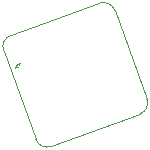
<source format=gtl>
%MOMM*%
%FSLAX34Y34*%
%IPPOS*%
%ADD10C,0*%
G75*
%LPD*%
D10*
G01*
X124805Y2611D02*
G75*
G01*
X49630Y-24751D01*
G02*
X36813Y-18774I-3420J9397D01*
G01*
X9451Y56401D01*
G02*
X15428Y69218I9397J3420D01*
G01*
X90603Y96580D01*
G02*
X103420Y90603I3420J-9397D01*
G01*
X130782Y15428D01*
G02*
X124805Y2611I-9397J-3420D01*
G01*
X23162Y45543D02*
G75*
G02*
X19006Y41831I-2819J-1026D01*
G01*
X20343Y44517D01*
G01*
X23162Y45543D01*
G01*
X31749Y21950D02*
G75*
G02*
X31749Y21950I-2819J-1026D01*
M02*

</source>
